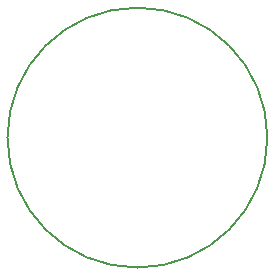
<source format=gm1>
G04 #@! TF.GenerationSoftware,KiCad,Pcbnew,5.0.2-bee76a0~70~ubuntu18.04.1*
G04 #@! TF.CreationDate,2020-10-08T15:31:19+02:00*
G04 #@! TF.ProjectId,TLI5012B,544c4935-3031-4324-922e-6b696361645f,rev?*
G04 #@! TF.SameCoordinates,Original*
G04 #@! TF.FileFunction,Profile,NP*
%FSLAX46Y46*%
G04 Gerber Fmt 4.6, Leading zero omitted, Abs format (unit mm)*
G04 Created by KiCad (PCBNEW 5.0.2-bee76a0~70~ubuntu18.04.1) date Do 08 Okt 2020 15:31:19 CEST*
%MOMM*%
%LPD*%
G01*
G04 APERTURE LIST*
%ADD10C,0.150000*%
G04 APERTURE END LIST*
D10*
X148788713Y-86360000D02*
G75*
G03X148788713Y-86360000I-11003713J0D01*
G01*
M02*

</source>
